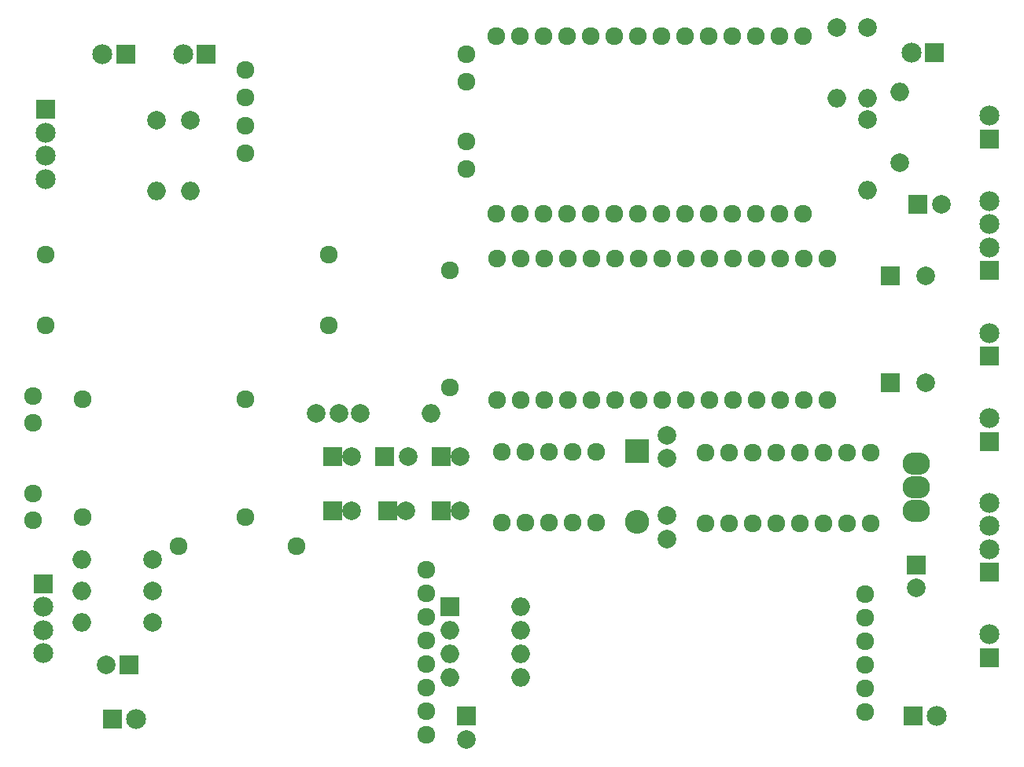
<source format=gbr>
G04 #@! TF.FileFunction,Soldermask,Top*
%FSLAX46Y46*%
G04 Gerber Fmt 4.6, Leading zero omitted, Abs format (unit mm)*
G04 Created by KiCad (PCBNEW 4.0.6+dfsg1-1) date Sat Mar 17 17:33:16 2018*
%MOMM*%
%LPD*%
G01*
G04 APERTURE LIST*
%ADD10C,0.100000*%
%ADD11R,2.000000X2.000000*%
%ADD12C,2.000000*%
%ADD13O,2.940000X2.432000*%
%ADD14O,2.000000X2.000000*%
%ADD15R,2.150000X2.150000*%
%ADD16C,2.150000*%
%ADD17C,1.924000*%
%ADD18R,2.600000X2.600000*%
%ADD19O,2.600000X2.600000*%
G04 APERTURE END LIST*
D10*
D11*
X101500000Y-134100000D03*
D12*
X99000000Y-134100000D03*
D11*
X186200000Y-123300000D03*
D12*
X186200000Y-125800000D03*
D13*
X186200000Y-114900000D03*
X186200000Y-117440000D03*
X186200000Y-112360000D03*
D12*
X184400000Y-80000000D03*
D14*
X184400000Y-72380000D03*
D12*
X181000000Y-65400000D03*
D14*
X181000000Y-73020000D03*
D12*
X104400000Y-75400000D03*
D14*
X104400000Y-83020000D03*
D12*
X104000000Y-129500000D03*
D14*
X96380000Y-129500000D03*
D12*
X104000000Y-126100000D03*
D14*
X96380000Y-126100000D03*
D12*
X104000000Y-122700000D03*
D14*
X96380000Y-122700000D03*
D12*
X108100000Y-75400000D03*
D14*
X108100000Y-83020000D03*
D12*
X181000000Y-75300000D03*
D14*
X181000000Y-82920000D03*
D12*
X177700000Y-65400000D03*
D14*
X177700000Y-73020000D03*
D15*
X92200000Y-125300000D03*
D16*
X92200000Y-127800000D03*
X92200000Y-130300000D03*
X92200000Y-132800000D03*
D15*
X185900000Y-139600000D03*
D16*
X188400000Y-139600000D03*
D15*
X109800000Y-68300000D03*
D16*
X107300000Y-68300000D03*
D15*
X194100000Y-110000000D03*
D16*
X194100000Y-107500000D03*
D17*
X173670000Y-111190000D03*
X176210000Y-111190000D03*
X178750000Y-111190000D03*
X181290000Y-111190000D03*
X171130000Y-111190000D03*
X168590000Y-111190000D03*
X166050000Y-111190000D03*
X163510000Y-111190000D03*
X181290000Y-118810000D03*
X178750000Y-118810000D03*
X176210000Y-118810000D03*
X173670000Y-118810000D03*
X171130000Y-118810000D03*
X168590000Y-118810000D03*
X166050000Y-118810000D03*
X163510000Y-118810000D03*
D15*
X194100000Y-100800000D03*
D16*
X194100000Y-98300000D03*
D12*
X126400000Y-107000000D03*
D14*
X134020000Y-107000000D03*
D11*
X136000000Y-127800000D03*
D14*
X143620000Y-135420000D03*
X136000000Y-130340000D03*
X143620000Y-132880000D03*
X136000000Y-132880000D03*
X143620000Y-130340000D03*
X136000000Y-135420000D03*
X143620000Y-127800000D03*
D17*
X146700000Y-111090000D03*
X149240000Y-111090000D03*
X151780000Y-111090000D03*
X144160000Y-111090000D03*
X141620000Y-111090000D03*
X146700000Y-118710000D03*
X149240000Y-118710000D03*
X151780000Y-118710000D03*
X144160000Y-118710000D03*
X141620000Y-118710000D03*
D15*
X188200000Y-68100000D03*
D16*
X185700000Y-68100000D03*
D15*
X99700000Y-139900000D03*
D16*
X102200000Y-139900000D03*
D15*
X101100000Y-68300000D03*
D16*
X98600000Y-68300000D03*
D15*
X194100000Y-77400000D03*
D16*
X194100000Y-74900000D03*
D15*
X194100000Y-91600000D03*
D16*
X194100000Y-89100000D03*
X194100000Y-86600000D03*
X194100000Y-84100000D03*
D11*
X123400000Y-111600000D03*
D12*
X125400000Y-111600000D03*
X159400000Y-111800000D03*
X159400000Y-109300000D03*
X124100000Y-107000000D03*
X121600000Y-107000000D03*
X159400000Y-118000000D03*
X159400000Y-120500000D03*
D15*
X92500000Y-74200000D03*
D16*
X92500000Y-76700000D03*
X92500000Y-79200000D03*
X92500000Y-81700000D03*
D15*
X194100000Y-124100000D03*
D16*
X194100000Y-121600000D03*
X194100000Y-119100000D03*
X194100000Y-116600000D03*
D11*
X183400000Y-103700000D03*
D12*
X187200000Y-103700000D03*
D11*
X183450000Y-92150000D03*
D12*
X187250000Y-92150000D03*
D11*
X137800000Y-139600000D03*
D12*
X137800000Y-142100000D03*
D11*
X123400000Y-117500000D03*
D12*
X125400000Y-117500000D03*
D11*
X186400000Y-84450000D03*
D12*
X188900000Y-84450000D03*
D11*
X129000000Y-111600000D03*
D12*
X131500000Y-111600000D03*
D11*
X135100000Y-117500000D03*
D12*
X137100000Y-117500000D03*
D11*
X135100000Y-111600000D03*
D12*
X137100000Y-111600000D03*
D11*
X129300000Y-117500000D03*
D12*
X131300000Y-117500000D03*
D15*
X194100000Y-133300000D03*
D16*
X194100000Y-130800000D03*
D17*
X122940000Y-97510000D03*
X122940000Y-89890000D03*
X92460000Y-97510000D03*
X92460000Y-89890000D03*
X140990000Y-66298500D03*
X143530000Y-66298500D03*
X146070000Y-66298500D03*
X148610000Y-66298500D03*
X151150000Y-66298500D03*
X153690000Y-66298500D03*
X156230000Y-66298500D03*
X158770000Y-66298500D03*
X174010000Y-66298500D03*
X171470000Y-66298500D03*
X168930000Y-66298500D03*
X166390000Y-66298500D03*
X163850000Y-66298500D03*
X161310000Y-66298500D03*
X161310000Y-85501500D03*
X163850000Y-85501500D03*
X166390000Y-85501500D03*
X168930000Y-85501500D03*
X171470000Y-85501500D03*
X174010000Y-85501500D03*
X158770000Y-85501500D03*
X156230000Y-85501500D03*
X153690000Y-85501500D03*
X151150000Y-85501500D03*
X148610000Y-85501500D03*
X146070000Y-85501500D03*
X143530000Y-85501500D03*
X140990000Y-85501500D03*
X180734000Y-134070000D03*
X180734000Y-136610000D03*
X180734000Y-139150000D03*
X180734000Y-131530000D03*
X180734000Y-128990000D03*
X180734000Y-126450000D03*
X106830000Y-121270000D03*
X119530000Y-121270000D03*
X133500000Y-141590000D03*
X133500000Y-139050000D03*
X133500000Y-136510000D03*
X133500000Y-133970000D03*
X133500000Y-131430000D03*
X133500000Y-128890000D03*
X133500000Y-126350000D03*
X133500000Y-123810000D03*
X91170000Y-115610000D03*
X91170000Y-107990000D03*
X91170000Y-105145200D03*
X91170000Y-118454800D03*
X114030000Y-105450000D03*
X114030000Y-118150000D03*
X96504000Y-118150000D03*
X96504000Y-105450000D03*
X161390000Y-90280000D03*
X163930000Y-90280000D03*
X166470000Y-90280000D03*
X169010000Y-90280000D03*
X171550000Y-90280000D03*
X174090000Y-90280000D03*
X176630000Y-90280000D03*
X158850000Y-90280000D03*
X156310000Y-90280000D03*
X153770000Y-90280000D03*
X151230000Y-90280000D03*
X148690000Y-90280000D03*
X146150000Y-90280000D03*
X143610000Y-90280000D03*
X141070000Y-90280000D03*
X141070000Y-105520000D03*
X143610000Y-105520000D03*
X146150000Y-105520000D03*
X148690000Y-105520000D03*
X151230000Y-105520000D03*
X153770000Y-105520000D03*
X156310000Y-105520000D03*
X158850000Y-105520000D03*
X161390000Y-105520000D03*
X163930000Y-105520000D03*
X166470000Y-105520000D03*
X169010000Y-105520000D03*
X171550000Y-105520000D03*
X174090000Y-105520000D03*
X176630000Y-105520000D03*
X136050000Y-104200000D03*
X136050000Y-91600000D03*
X114000000Y-78950000D03*
X114000000Y-75950000D03*
X114000000Y-72950000D03*
X114000000Y-69950000D03*
X137800000Y-68250000D03*
X137800000Y-71250000D03*
X137800000Y-77650000D03*
X137800000Y-80650000D03*
D18*
X156200000Y-111050000D03*
D19*
X156200000Y-118670000D03*
M02*

</source>
